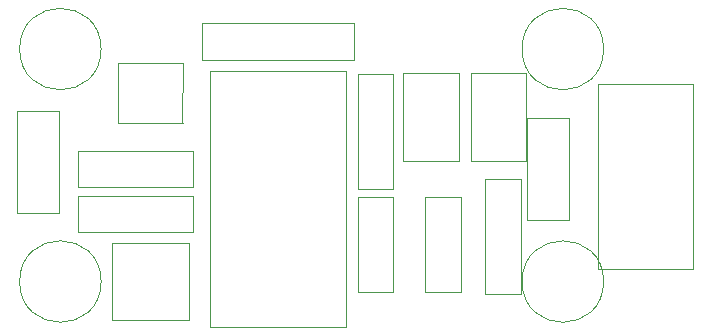
<source format=gbr>
G04 #@! TF.GenerationSoftware,KiCad,Pcbnew,(5.1.4-0-10_14)*
G04 #@! TF.CreationDate,2022-05-28T07:52:33+02:00*
G04 #@! TF.ProjectId,new_rele,6e65775f-7265-46c6-952e-6b696361645f,rev?*
G04 #@! TF.SameCoordinates,Original*
G04 #@! TF.FileFunction,Other,User*
%FSLAX46Y46*%
G04 Gerber Fmt 4.6, Leading zero omitted, Abs format (unit mm)*
G04 Created by KiCad (PCBNEW (5.1.4-0-10_14)) date 2022-05-28 07:52:33*
%MOMM*%
%LPD*%
G04 APERTURE LIST*
%ADD10C,0.050000*%
G04 APERTURE END LIST*
D10*
X68350000Y-69445000D02*
X71350000Y-69445000D01*
X71350000Y-69445000D02*
X71350000Y-61445000D01*
X71350000Y-61445000D02*
X68350000Y-61445000D01*
X68350000Y-61445000D02*
X68350000Y-69445000D01*
X62635000Y-61445000D02*
X62635000Y-69445000D01*
X65635000Y-61445000D02*
X62635000Y-61445000D01*
X65635000Y-69445000D02*
X65635000Y-61445000D01*
X62635000Y-69445000D02*
X65635000Y-69445000D01*
X41865000Y-65330000D02*
X41865000Y-71830000D01*
X41865000Y-71830000D02*
X48315000Y-71830000D01*
X48315000Y-71830000D02*
X48315000Y-65330000D01*
X48315000Y-65330000D02*
X41865000Y-65330000D01*
X62310000Y-49860000D02*
X62310000Y-46660000D01*
X62310000Y-46660000D02*
X49450000Y-46660000D01*
X49450000Y-46660000D02*
X49450000Y-49860000D01*
X49450000Y-49860000D02*
X62310000Y-49860000D01*
X37360000Y-62760000D02*
X33810000Y-62760000D01*
X33810000Y-62760000D02*
X33810000Y-54110000D01*
X33810000Y-54110000D02*
X37360000Y-54110000D01*
X37360000Y-54110000D02*
X37360000Y-62760000D01*
X90995000Y-51890000D02*
X90995000Y-67490000D01*
X90995000Y-51890000D02*
X82995000Y-51890000D01*
X82995000Y-67490000D02*
X90995000Y-67490000D01*
X82995000Y-67490000D02*
X82995000Y-51890000D01*
X76940000Y-63365000D02*
X76940000Y-54715000D01*
X80490000Y-63365000D02*
X76940000Y-63365000D01*
X80490000Y-54715000D02*
X80490000Y-63365000D01*
X76940000Y-54715000D02*
X80490000Y-54715000D01*
X47815000Y-55120000D02*
X42355000Y-55120000D01*
X47805000Y-55120000D02*
X47815000Y-50060000D01*
X42355000Y-50060000D02*
X42355000Y-55120000D01*
X42355000Y-50060000D02*
X47815000Y-50060000D01*
X48675000Y-61365000D02*
X38955000Y-61365000D01*
X48675000Y-64365000D02*
X48675000Y-61365000D01*
X38955000Y-64365000D02*
X48675000Y-64365000D01*
X38955000Y-61365000D02*
X38955000Y-64365000D01*
X48675000Y-60555000D02*
X48675000Y-57555000D01*
X48675000Y-57555000D02*
X38955000Y-57555000D01*
X38955000Y-57555000D02*
X38955000Y-60555000D01*
X38955000Y-60555000D02*
X48675000Y-60555000D01*
X76430000Y-59910000D02*
X73430000Y-59910000D01*
X73430000Y-59910000D02*
X73430000Y-69630000D01*
X73430000Y-69630000D02*
X76430000Y-69630000D01*
X76430000Y-69630000D02*
X76430000Y-59910000D01*
X62635000Y-51020000D02*
X62635000Y-60740000D01*
X65635000Y-51020000D02*
X62635000Y-51020000D01*
X65635000Y-60740000D02*
X65635000Y-51020000D01*
X62635000Y-60740000D02*
X65635000Y-60740000D01*
X71195000Y-58400000D02*
X71195000Y-50900000D01*
X66495000Y-58400000D02*
X66495000Y-50900000D01*
X66495000Y-50900000D02*
X71195000Y-50900000D01*
X66495000Y-58400000D02*
X71195000Y-58400000D01*
X72210000Y-58400000D02*
X76910000Y-58400000D01*
X72210000Y-50900000D02*
X76910000Y-50900000D01*
X72210000Y-58400000D02*
X72210000Y-50900000D01*
X76910000Y-58400000D02*
X76910000Y-50900000D01*
X61620000Y-50755000D02*
X61620000Y-72405000D01*
X61620000Y-72405000D02*
X50120000Y-72405000D01*
X50120000Y-72405000D02*
X50120000Y-50755000D01*
X50120000Y-50755000D02*
X61620000Y-50755000D01*
X83460000Y-68580000D02*
G75*
G03X83460000Y-68580000I-3450000J0D01*
G01*
X40915000Y-68580000D02*
G75*
G03X40915000Y-68580000I-3450000J0D01*
G01*
X83460000Y-48895000D02*
G75*
G03X83460000Y-48895000I-3450000J0D01*
G01*
X40915000Y-48895000D02*
G75*
G03X40915000Y-48895000I-3450000J0D01*
G01*
M02*

</source>
